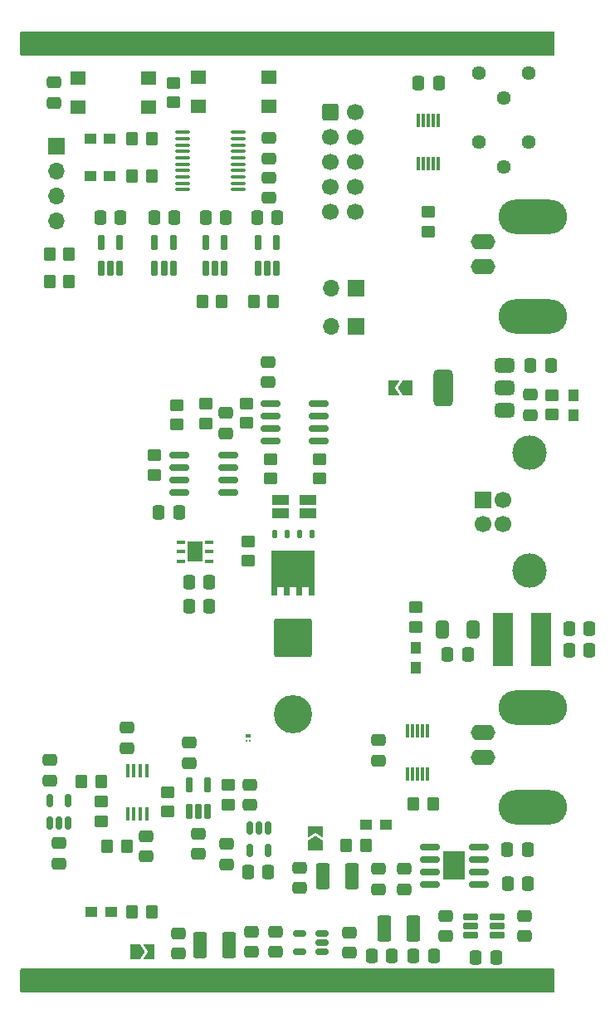
<source format=gbr>
%TF.GenerationSoftware,KiCad,Pcbnew,8.0.0*%
%TF.CreationDate,2024-10-24T21:57:35+02:00*%
%TF.ProjectId,Profiler energetyczny urz_dze_ IoT,50726f66-696c-4657-9220-656e65726765,rev?*%
%TF.SameCoordinates,Original*%
%TF.FileFunction,Soldermask,Top*%
%TF.FilePolarity,Negative*%
%FSLAX46Y46*%
G04 Gerber Fmt 4.6, Leading zero omitted, Abs format (unit mm)*
G04 Created by KiCad (PCBNEW 8.0.0) date 2024-10-24 21:57:35*
%MOMM*%
%LPD*%
G01*
G04 APERTURE LIST*
G04 Aperture macros list*
%AMRoundRect*
0 Rectangle with rounded corners*
0 $1 Rounding radius*
0 $2 $3 $4 $5 $6 $7 $8 $9 X,Y pos of 4 corners*
0 Add a 4 corners polygon primitive as box body*
4,1,4,$2,$3,$4,$5,$6,$7,$8,$9,$2,$3,0*
0 Add four circle primitives for the rounded corners*
1,1,$1+$1,$2,$3*
1,1,$1+$1,$4,$5*
1,1,$1+$1,$6,$7*
1,1,$1+$1,$8,$9*
0 Add four rect primitives between the rounded corners*
20,1,$1+$1,$2,$3,$4,$5,0*
20,1,$1+$1,$4,$5,$6,$7,0*
20,1,$1+$1,$6,$7,$8,$9,0*
20,1,$1+$1,$8,$9,$2,$3,0*%
%AMFreePoly0*
4,1,17,2.675000,1.605000,1.875000,1.605000,1.875000,0.935000,2.675000,0.935000,2.675000,0.335000,1.875000,0.335000,1.875000,-0.335000,2.675000,-0.335000,2.675000,-0.935000,1.875000,-0.935000,1.875000,-1.605000,2.675000,-1.605000,2.675000,-2.205000,-1.875000,-2.205000,-1.875000,2.205000,2.675000,2.205000,2.675000,1.605000,2.675000,1.605000,$1*%
%AMFreePoly1*
4,1,6,1.000000,0.000000,0.500000,-0.750000,-0.500000,-0.750000,-0.500000,0.750000,0.500000,0.750000,1.000000,0.000000,1.000000,0.000000,$1*%
%AMFreePoly2*
4,1,6,0.500000,-0.750000,-0.650000,-0.750000,-0.150000,0.000000,-0.650000,0.750000,0.500000,0.750000,0.500000,-0.750000,0.500000,-0.750000,$1*%
G04 Aperture macros list end*
%ADD10RoundRect,0.250000X-0.337500X-0.475000X0.337500X-0.475000X0.337500X0.475000X-0.337500X0.475000X0*%
%ADD11RoundRect,0.250000X-0.350000X-0.450000X0.350000X-0.450000X0.350000X0.450000X-0.350000X0.450000X0*%
%ADD12RoundRect,0.100000X-0.325000X-0.100000X0.325000X-0.100000X0.325000X0.100000X-0.325000X0.100000X0*%
%ADD13R,1.650000X2.150000*%
%ADD14RoundRect,0.375000X0.625000X0.375000X-0.625000X0.375000X-0.625000X-0.375000X0.625000X-0.375000X0*%
%ADD15RoundRect,0.500000X0.500000X1.400000X-0.500000X1.400000X-0.500000X-1.400000X0.500000X-1.400000X0*%
%ADD16RoundRect,0.250000X0.350000X0.450000X-0.350000X0.450000X-0.350000X-0.450000X0.350000X-0.450000X0*%
%ADD17RoundRect,0.250000X-0.475000X0.337500X-0.475000X-0.337500X0.475000X-0.337500X0.475000X0.337500X0*%
%ADD18RoundRect,0.250000X0.475000X-0.337500X0.475000X0.337500X-0.475000X0.337500X-0.475000X-0.337500X0*%
%ADD19RoundRect,0.250000X-0.600000X-0.600000X0.600000X-0.600000X0.600000X0.600000X-0.600000X0.600000X0*%
%ADD20C,1.700000*%
%ADD21R,1.000000X1.200000*%
%ADD22RoundRect,0.162500X0.162500X-0.617500X0.162500X0.617500X-0.162500X0.617500X-0.162500X-0.617500X0*%
%ADD23R,1.700000X1.700000*%
%ADD24O,1.700000X1.700000*%
%ADD25RoundRect,0.250000X0.450000X-0.350000X0.450000X0.350000X-0.450000X0.350000X-0.450000X-0.350000X0*%
%ADD26RoundRect,0.250000X-0.450000X0.350000X-0.450000X-0.350000X0.450000X-0.350000X0.450000X0.350000X0*%
%ADD27RoundRect,0.250001X0.462499X1.074999X-0.462499X1.074999X-0.462499X-1.074999X0.462499X-1.074999X0*%
%ADD28C,3.500000*%
%ADD29R,1.600000X1.400000*%
%ADD30RoundRect,0.150000X0.150000X-0.512500X0.150000X0.512500X-0.150000X0.512500X-0.150000X-0.512500X0*%
%ADD31C,1.440000*%
%ADD32R,1.750000X1.100000*%
%ADD33R,0.215000X0.270000*%
%ADD34R,0.500000X0.320000*%
%ADD35RoundRect,0.250000X0.337500X0.475000X-0.337500X0.475000X-0.337500X-0.475000X0.337500X-0.475000X0*%
%ADD36R,1.200000X1.000000*%
%ADD37RoundRect,0.162500X-0.617500X-0.162500X0.617500X-0.162500X0.617500X0.162500X-0.617500X0.162500X0*%
%ADD38RoundRect,0.250002X-1.699998X1.699998X-1.699998X-1.699998X1.699998X-1.699998X1.699998X1.699998X0*%
%ADD39C,3.900000*%
%ADD40R,0.300000X1.400000*%
%ADD41RoundRect,0.100000X-0.637500X-0.100000X0.637500X-0.100000X0.637500X0.100000X-0.637500X0.100000X0*%
%ADD42O,2.500000X1.600000*%
%ADD43O,7.000000X3.500000*%
%ADD44R,0.450000X1.450000*%
%ADD45RoundRect,0.150000X-0.825000X-0.150000X0.825000X-0.150000X0.825000X0.150000X-0.825000X0.150000X0*%
%ADD46R,2.290000X3.000000*%
%ADD47RoundRect,0.150000X0.825000X0.150000X-0.825000X0.150000X-0.825000X-0.150000X0.825000X-0.150000X0*%
%ADD48FreePoly0,270.000000*%
%ADD49RoundRect,0.125000X-0.125000X0.300000X-0.125000X-0.300000X0.125000X-0.300000X0.125000X0.300000X0*%
%ADD50RoundRect,0.150000X0.512500X0.150000X-0.512500X0.150000X-0.512500X-0.150000X0.512500X-0.150000X0*%
%ADD51RoundRect,0.250000X0.412500X0.650000X-0.412500X0.650000X-0.412500X-0.650000X0.412500X-0.650000X0*%
%ADD52FreePoly1,0.000000*%
%ADD53FreePoly2,0.000000*%
%ADD54R,2.150000X5.500000*%
%ADD55FreePoly1,90.000000*%
%ADD56FreePoly2,90.000000*%
%ADD57RoundRect,0.150000X-0.150000X0.512500X-0.150000X-0.512500X0.150000X-0.512500X0.150000X0.512500X0*%
%ADD58FreePoly1,180.000000*%
%ADD59FreePoly2,180.000000*%
%ADD60RoundRect,0.250001X-0.462499X-1.074999X0.462499X-1.074999X0.462499X1.074999X-0.462499X1.074999X0*%
G04 APERTURE END LIST*
D10*
%TO.C,C41*%
X113890000Y-84250000D03*
X115965000Y-84250000D03*
%TD*%
D11*
%TO.C,R3*%
X106397500Y-79985000D03*
X108397500Y-79985000D03*
%TD*%
D10*
%TO.C,C18*%
X112212500Y-123887500D03*
X114287500Y-123887500D03*
%TD*%
D12*
%TO.C,U7*%
X111400000Y-117365000D03*
X111400000Y-118315000D03*
X111400000Y-119265000D03*
X114300000Y-119265000D03*
X114300000Y-118315000D03*
X114300000Y-117365000D03*
D13*
X112850000Y-118315000D03*
%TD*%
D10*
%TO.C,C12*%
X144662500Y-148675000D03*
X146737500Y-148675000D03*
%TD*%
D14*
%TO.C,U4*%
X144450000Y-103925000D03*
X144450000Y-101625000D03*
D15*
X138150000Y-101625000D03*
D14*
X144450000Y-99325000D03*
%TD*%
D16*
%TO.C,R31*%
X115550000Y-92800000D03*
X113550000Y-92800000D03*
%TD*%
D17*
%TO.C,C36*%
X107862500Y-147312500D03*
X107862500Y-149387500D03*
%TD*%
D18*
%TO.C,C3*%
X120387500Y-78237500D03*
X120387500Y-76162500D03*
%TD*%
D19*
%TO.C,U1*%
X126647500Y-73520000D03*
D20*
X129187500Y-73520000D03*
X126647500Y-76060000D03*
X129187500Y-76060000D03*
X126647500Y-78600000D03*
X129187500Y-78600000D03*
X126647500Y-81140000D03*
X129187500Y-81140000D03*
X126647500Y-83680000D03*
X129187500Y-83680000D03*
%TD*%
D21*
%TO.C,D3*%
X135350000Y-130100000D03*
X135350000Y-128100000D03*
%TD*%
D18*
%TO.C,C35*%
X105912500Y-138337500D03*
X105912500Y-136262500D03*
%TD*%
%TO.C,C28*%
X118400000Y-144137500D03*
X118400000Y-142062500D03*
%TD*%
D22*
%TO.C,U18*%
X103227500Y-89450000D03*
X104177500Y-89450000D03*
X105127500Y-89450000D03*
X105127500Y-86750000D03*
X103227500Y-86750000D03*
%TD*%
D16*
%TO.C,R21*%
X103250000Y-141712500D03*
X101250000Y-141712500D03*
%TD*%
D23*
%TO.C,J3*%
X129225000Y-91450000D03*
D24*
X126685000Y-91450000D03*
%TD*%
D10*
%TO.C,C44*%
X151000000Y-126200000D03*
X153075000Y-126200000D03*
%TD*%
D25*
%TO.C,R19*%
X103250000Y-145812500D03*
X103250000Y-143812500D03*
%TD*%
D11*
%TO.C,R28*%
X98000000Y-88000000D03*
X100000000Y-88000000D03*
%TD*%
D26*
%TO.C,R12*%
X118250000Y-117250000D03*
X118250000Y-119250000D03*
%TD*%
D25*
%TO.C,R7*%
X110000000Y-144800000D03*
X110000000Y-142800000D03*
%TD*%
D27*
%TO.C,L4*%
X135087500Y-156700000D03*
X132112500Y-156700000D03*
%TD*%
D10*
%TO.C,C40*%
X119140000Y-84250000D03*
X121215000Y-84250000D03*
%TD*%
D18*
%TO.C,C31*%
X97987500Y-141650000D03*
X97987500Y-139575000D03*
%TD*%
D23*
%TO.C,J1*%
X142222500Y-113000000D03*
D20*
X142222500Y-115500000D03*
X144222500Y-115500000D03*
X144222500Y-113000000D03*
D28*
X146932500Y-108230000D03*
X146932500Y-120270000D03*
%TD*%
D16*
%TO.C,R9*%
X130250000Y-148250000D03*
X128250000Y-148250000D03*
%TD*%
D27*
%TO.C,L2*%
X128837500Y-151350000D03*
X125862500Y-151350000D03*
%TD*%
D17*
%TO.C,C2*%
X98427500Y-70462500D03*
X98427500Y-72537500D03*
%TD*%
D29*
%TO.C,SW1*%
X100900000Y-69985000D03*
X108100000Y-69985000D03*
X100900000Y-72985000D03*
X108100000Y-72985000D03*
%TD*%
D30*
%TO.C,U13*%
X97987500Y-146000000D03*
X98937500Y-146000000D03*
X99887500Y-146000000D03*
X99887500Y-143725000D03*
X97987500Y-143725000D03*
%TD*%
D18*
%TO.C,C10*%
X131550000Y-152737500D03*
X131550000Y-150662500D03*
%TD*%
D22*
%TO.C,U20*%
X113927500Y-89450000D03*
X114877500Y-89450000D03*
X115827500Y-89450000D03*
X115827500Y-86750000D03*
X113927500Y-86750000D03*
%TD*%
D25*
%TO.C,R8*%
X149250000Y-104350000D03*
X149250000Y-102350000D03*
%TD*%
D31*
%TO.C,RV1*%
X146900000Y-69500000D03*
X144360000Y-72040000D03*
X141820000Y-69500000D03*
%TD*%
D10*
%TO.C,C38*%
X103140000Y-84250000D03*
X105215000Y-84250000D03*
%TD*%
D25*
%TO.C,R16*%
X125500000Y-110850000D03*
X125500000Y-108850000D03*
%TD*%
D23*
%TO.C,J2*%
X129225000Y-95300000D03*
D24*
X126685000Y-95300000D03*
%TD*%
D22*
%TO.C,U19*%
X119227500Y-89450000D03*
X120177500Y-89450000D03*
X121127500Y-89450000D03*
X121127500Y-86750000D03*
X119227500Y-86750000D03*
%TD*%
D18*
%TO.C,C13*%
X128537500Y-159187500D03*
X128537500Y-157112500D03*
%TD*%
D25*
%TO.C,R27*%
X116200000Y-144100000D03*
X116200000Y-142100000D03*
%TD*%
D17*
%TO.C,C6*%
X146400000Y-155450000D03*
X146400000Y-157525000D03*
%TD*%
%TO.C,C16*%
X134150000Y-150662500D03*
X134150000Y-152737500D03*
%TD*%
D25*
%TO.C,R4*%
X135350000Y-125950000D03*
X135350000Y-123950000D03*
%TD*%
D32*
%TO.C,R32*%
X121575000Y-114400000D03*
X121575000Y-113000000D03*
X124325000Y-113000000D03*
X124325000Y-114400000D03*
%TD*%
D33*
%TO.C,Q2*%
X118040000Y-137565000D03*
X118405000Y-137565000D03*
D34*
X118222500Y-137055000D03*
%TD*%
D26*
%TO.C,R15*%
X120550000Y-108850000D03*
X120550000Y-110850000D03*
%TD*%
D35*
%TO.C,C7*%
X143537500Y-159650000D03*
X141462500Y-159650000D03*
%TD*%
D17*
%TO.C,C4*%
X120400000Y-80162500D03*
X120400000Y-82237500D03*
%TD*%
D36*
%TO.C,D2*%
X102137500Y-79985000D03*
X104137500Y-79985000D03*
%TD*%
D37*
%TO.C,U3*%
X140912500Y-155500000D03*
X140912500Y-156450000D03*
X140912500Y-157400000D03*
X143612500Y-157400000D03*
X143612500Y-156450000D03*
X143612500Y-155500000D03*
%TD*%
D36*
%TO.C,D5*%
X132300000Y-146150000D03*
X130300000Y-146150000D03*
%TD*%
D18*
%TO.C,C34*%
X116000000Y-106237500D03*
X116000000Y-104162500D03*
%TD*%
D16*
%TO.C,R10*%
X108412500Y-155050000D03*
X106412500Y-155050000D03*
%TD*%
D26*
%TO.C,R6*%
X136600000Y-83650000D03*
X136600000Y-85650000D03*
%TD*%
D17*
%TO.C,C14*%
X147050000Y-102325000D03*
X147050000Y-104400000D03*
%TD*%
D22*
%TO.C,U14*%
X112212500Y-144800000D03*
X113162500Y-144800000D03*
X114112500Y-144800000D03*
X114112500Y-142100000D03*
X112212500Y-142100000D03*
%TD*%
D10*
%TO.C,C19*%
X112212500Y-121437500D03*
X114287500Y-121437500D03*
%TD*%
D38*
%TO.C,J5*%
X122800000Y-127100000D03*
D39*
X122800000Y-134900000D03*
%TD*%
D17*
%TO.C,C23*%
X118550000Y-157062500D03*
X118550000Y-159137500D03*
%TD*%
D16*
%TO.C,R17*%
X105850000Y-148362500D03*
X103850000Y-148362500D03*
%TD*%
D21*
%TO.C,D4*%
X151400000Y-102362500D03*
X151400000Y-104362500D03*
%TD*%
D22*
%TO.C,U17*%
X108715000Y-89450000D03*
X109665000Y-89450000D03*
X110615000Y-89450000D03*
X110615000Y-86750000D03*
X108715000Y-86750000D03*
%TD*%
D40*
%TO.C,U21*%
X137600000Y-74350000D03*
X137100000Y-74350000D03*
X136600000Y-74350000D03*
X136100000Y-74350000D03*
X135600000Y-74350000D03*
X135600000Y-78750000D03*
X136100000Y-78750000D03*
X136600000Y-78750000D03*
X137100000Y-78750000D03*
X137600000Y-78750000D03*
%TD*%
D35*
%TO.C,C5*%
X120287500Y-150950000D03*
X118212500Y-150950000D03*
%TD*%
D26*
%TO.C,R22*%
X110972500Y-103350000D03*
X110972500Y-105350000D03*
%TD*%
D36*
%TO.C,D1*%
X102137500Y-76235000D03*
X104137500Y-76235000D03*
%TD*%
D17*
%TO.C,C21*%
X111100000Y-157212500D03*
X111100000Y-159287500D03*
%TD*%
D41*
%TO.C,U2*%
X111525000Y-75560000D03*
X111525000Y-76210000D03*
X111525000Y-76860000D03*
X111525000Y-77510000D03*
X111525000Y-78160000D03*
X111525000Y-78810000D03*
X111525000Y-79460000D03*
X111525000Y-80110000D03*
X111525000Y-80760000D03*
X111525000Y-81410000D03*
X117250000Y-81410000D03*
X117250000Y-80760000D03*
X117250000Y-80110000D03*
X117250000Y-79460000D03*
X117250000Y-78810000D03*
X117250000Y-78160000D03*
X117250000Y-77510000D03*
X117250000Y-76860000D03*
X117250000Y-76210000D03*
X117250000Y-75560000D03*
%TD*%
D42*
%TO.C,J7*%
X142170000Y-89250000D03*
D43*
X147250000Y-84170000D03*
D42*
X142170000Y-86710000D03*
D43*
X147250000Y-94330000D03*
%TD*%
D44*
%TO.C,U10*%
X105937500Y-145050000D03*
X106587500Y-145050000D03*
X107237500Y-145050000D03*
X107887500Y-145050000D03*
X107887500Y-140650000D03*
X107237500Y-140650000D03*
X106587500Y-140650000D03*
X105937500Y-140650000D03*
%TD*%
D26*
%TO.C,R1*%
X110637500Y-70500000D03*
X110637500Y-72500000D03*
%TD*%
D45*
%TO.C,U5*%
X136795000Y-148395000D03*
X136795000Y-149665000D03*
X136795000Y-150935000D03*
X136795000Y-152205000D03*
X141745000Y-152205000D03*
X141745000Y-150935000D03*
X141745000Y-149665000D03*
X141745000Y-148395000D03*
D46*
X139270000Y-150300000D03*
%TD*%
D17*
%TO.C,C11*%
X138362500Y-155450000D03*
X138362500Y-157525000D03*
%TD*%
D47*
%TO.C,U11*%
X116197500Y-112255000D03*
X116197500Y-110985000D03*
X116197500Y-109715000D03*
X116197500Y-108445000D03*
X111247500Y-108445000D03*
X111247500Y-109715000D03*
X111247500Y-110985000D03*
X111247500Y-112255000D03*
%TD*%
D18*
%TO.C,C20*%
X123500000Y-152587500D03*
X123500000Y-150512500D03*
%TD*%
D17*
%TO.C,C17*%
X121000000Y-157062500D03*
X121000000Y-159137500D03*
%TD*%
D10*
%TO.C,C15*%
X144712500Y-152150000D03*
X146787500Y-152150000D03*
%TD*%
D26*
%TO.C,R18*%
X118050000Y-103200000D03*
X118050000Y-105200000D03*
%TD*%
D17*
%TO.C,C8*%
X116050000Y-148125000D03*
X116050000Y-150200000D03*
%TD*%
D48*
%TO.C,Q1*%
X122850000Y-120050000D03*
D49*
X124755000Y-116500000D03*
X123485000Y-116500000D03*
X122215000Y-116500000D03*
X120945000Y-116500000D03*
%TD*%
D50*
%TO.C,U6*%
X125775000Y-159137500D03*
X125775000Y-158187500D03*
X125775000Y-157237500D03*
X123500000Y-157237500D03*
X123500000Y-159137500D03*
%TD*%
D31*
%TO.C,RV2*%
X146875000Y-76525000D03*
X144335000Y-79065000D03*
X141795000Y-76525000D03*
%TD*%
D42*
%TO.C,J6*%
X142170000Y-139250000D03*
D43*
X147250000Y-134170000D03*
D42*
X142170000Y-136710000D03*
D43*
X147250000Y-144330000D03*
%TD*%
D51*
%TO.C,C1*%
X141225000Y-126250000D03*
X138100000Y-126250000D03*
%TD*%
D17*
%TO.C,C30*%
X113162500Y-147062500D03*
X113162500Y-149137500D03*
%TD*%
D16*
%TO.C,R29*%
X100000000Y-90800000D03*
X98000000Y-90800000D03*
%TD*%
D36*
%TO.C,D6*%
X104250000Y-155050000D03*
X102250000Y-155050000D03*
%TD*%
D17*
%TO.C,C32*%
X98937500Y-148012500D03*
X98937500Y-150087500D03*
%TD*%
D10*
%TO.C,C9*%
X147062500Y-99350000D03*
X149137500Y-99350000D03*
%TD*%
D52*
%TO.C,JP4*%
X106725000Y-159100000D03*
D53*
X108175000Y-159100000D03*
%TD*%
D17*
%TO.C,C39*%
X131500000Y-137512500D03*
X131500000Y-139587500D03*
%TD*%
D11*
%TO.C,R2*%
X106397500Y-76235000D03*
X108397500Y-76235000D03*
%TD*%
D10*
%TO.C,C37*%
X108677500Y-84250000D03*
X110752500Y-84250000D03*
%TD*%
D54*
%TO.C,L1*%
X144270000Y-127250000D03*
X148130000Y-127250000D03*
%TD*%
D35*
%TO.C,C33*%
X111187500Y-114315000D03*
X109112500Y-114315000D03*
%TD*%
D18*
%TO.C,C29*%
X112212500Y-139837500D03*
X112212500Y-137762500D03*
%TD*%
D10*
%TO.C,C24*%
X130825000Y-159550000D03*
X132900000Y-159550000D03*
%TD*%
%TO.C,C42*%
X135612500Y-70550000D03*
X137687500Y-70550000D03*
%TD*%
D18*
%TO.C,C22*%
X120300000Y-101025000D03*
X120300000Y-98950000D03*
%TD*%
D55*
%TO.C,JP3*%
X125100000Y-148300000D03*
D56*
X125100000Y-146850000D03*
%TD*%
D26*
%TO.C,R20*%
X113950000Y-103250000D03*
X113950000Y-105250000D03*
%TD*%
D16*
%TO.C,R30*%
X120800000Y-92800000D03*
X118800000Y-92800000D03*
%TD*%
D26*
%TO.C,R24*%
X108700000Y-108500000D03*
X108700000Y-110500000D03*
%TD*%
D57*
%TO.C,U8*%
X120300000Y-146500000D03*
X119350000Y-146500000D03*
X118400000Y-146500000D03*
X118400000Y-148775000D03*
X120300000Y-148775000D03*
%TD*%
D58*
%TO.C,JP2*%
X134525000Y-101600000D03*
D59*
X133075000Y-101600000D03*
%TD*%
D29*
%TO.C,SW2*%
X113150000Y-69947500D03*
X120350000Y-69947500D03*
X113150000Y-72947500D03*
X120350000Y-72947500D03*
%TD*%
D47*
%TO.C,U9*%
X125475000Y-107005000D03*
X125475000Y-105735000D03*
X125475000Y-104465000D03*
X125475000Y-103195000D03*
X120525000Y-103195000D03*
X120525000Y-104465000D03*
X120525000Y-105735000D03*
X120525000Y-107005000D03*
%TD*%
D35*
%TO.C,C45*%
X140650000Y-128750000D03*
X138575000Y-128750000D03*
%TD*%
D40*
%TO.C,U16*%
X136500000Y-136550000D03*
X136000000Y-136550000D03*
X135500000Y-136550000D03*
X135000000Y-136550000D03*
X134500000Y-136550000D03*
X134500000Y-140950000D03*
X135000000Y-140950000D03*
X135500000Y-140950000D03*
X136000000Y-140950000D03*
X136500000Y-140950000D03*
%TD*%
D23*
%TO.C,J4*%
X98702500Y-76950000D03*
D24*
X98702500Y-79490000D03*
X98702500Y-82030000D03*
X98702500Y-84570000D03*
%TD*%
D10*
%TO.C,C43*%
X151000000Y-128400000D03*
X153075000Y-128400000D03*
%TD*%
D11*
%TO.C,R5*%
X135100000Y-144000000D03*
X137100000Y-144000000D03*
%TD*%
D60*
%TO.C,L3*%
X113312500Y-158400000D03*
X116287500Y-158400000D03*
%TD*%
D35*
%TO.C,C25*%
X137187500Y-159550000D03*
X135112500Y-159550000D03*
%TD*%
G36*
X149443039Y-160819685D02*
G01*
X149488794Y-160872489D01*
X149500000Y-160924000D01*
X149500000Y-163126000D01*
X149480315Y-163193039D01*
X149427511Y-163238794D01*
X149376000Y-163250000D01*
X95124000Y-163250000D01*
X95056961Y-163230315D01*
X95011206Y-163177511D01*
X95000000Y-163126000D01*
X95000000Y-160924000D01*
X95019685Y-160856961D01*
X95072489Y-160811206D01*
X95124000Y-160800000D01*
X149376000Y-160800000D01*
X149443039Y-160819685D01*
G37*
G36*
X149443039Y-65269685D02*
G01*
X149488794Y-65322489D01*
X149500000Y-65374000D01*
X149500000Y-67626000D01*
X149480315Y-67693039D01*
X149427511Y-67738794D01*
X149376000Y-67750000D01*
X95124000Y-67750000D01*
X95056961Y-67730315D01*
X95011206Y-67677511D01*
X95000000Y-67626000D01*
X95000000Y-65374000D01*
X95019685Y-65306961D01*
X95072489Y-65261206D01*
X95124000Y-65250000D01*
X149376000Y-65250000D01*
X149443039Y-65269685D01*
G37*
M02*

</source>
